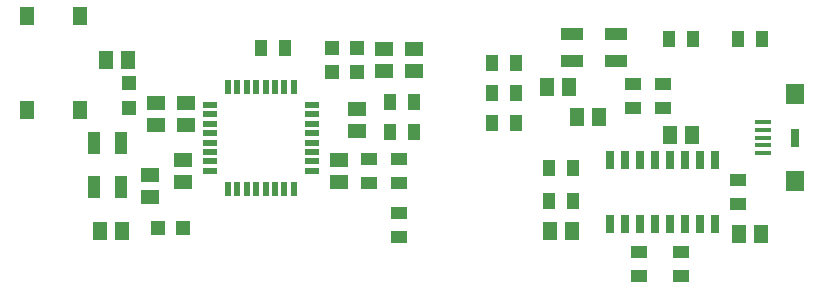
<source format=gbr>
G04 EAGLE Gerber RS-274X export*
G75*
%MOMM*%
%FSLAX34Y34*%
%LPD*%
%INSolderpaste Top*%
%IPPOS*%
%AMOC8*
5,1,8,0,0,1.08239X$1,22.5*%
G01*
%ADD10R,1.500000X1.300000*%
%ADD11R,1.300000X1.500000*%
%ADD12R,1.400000X0.400000*%
%ADD13R,1.500000X1.800000*%
%ADD14R,0.700000X1.500000*%
%ADD15R,1.100000X1.400000*%
%ADD16R,1.400000X1.100000*%
%ADD17R,1.300000X1.550000*%
%ADD18R,1.270000X0.558800*%
%ADD19R,0.558800X1.270000*%
%ADD20R,0.635000X1.524000*%
%ADD21R,1.100000X1.900000*%
%ADD22R,1.900000X1.100000*%
%ADD23R,1.200000X1.200000*%
%ADD24R,1.300000X1.600000*%
%ADD25R,1.600000X1.300000*%


D10*
X254000Y531520D03*
X254000Y550520D03*
X279400Y531520D03*
X279400Y550520D03*
X408940Y502260D03*
X408940Y483260D03*
X424180Y526440D03*
X424180Y545440D03*
X276860Y502260D03*
X276860Y483260D03*
X248920Y489560D03*
X248920Y470560D03*
D11*
X747420Y439420D03*
X766420Y439420D03*
X689000Y523240D03*
X708000Y523240D03*
X629260Y538480D03*
X610260Y538480D03*
X603860Y563880D03*
X584860Y563880D03*
X606400Y441960D03*
X587400Y441960D03*
D12*
X768020Y520700D03*
X768020Y514200D03*
X768020Y507700D03*
X768020Y527200D03*
X768020Y533700D03*
D13*
X795020Y483860D03*
D14*
X795020Y520700D03*
D13*
X795020Y557540D03*
D15*
X343060Y596900D03*
X363060Y596900D03*
X472280Y525780D03*
X452280Y525780D03*
X472280Y551180D03*
X452280Y551180D03*
D16*
X434340Y502760D03*
X434340Y482760D03*
X746760Y464980D03*
X746760Y484980D03*
D15*
X746920Y604520D03*
X766920Y604520D03*
X688500Y604520D03*
X708500Y604520D03*
D16*
X683260Y546260D03*
X683260Y566260D03*
X657860Y546260D03*
X657860Y566260D03*
D15*
X586900Y467360D03*
X606900Y467360D03*
X586900Y495300D03*
X606900Y495300D03*
D16*
X698500Y424020D03*
X698500Y404020D03*
X662940Y404020D03*
X662940Y424020D03*
X459740Y502760D03*
X459740Y482760D03*
D15*
X538640Y533400D03*
X558640Y533400D03*
X538640Y558800D03*
X558640Y558800D03*
X538640Y584200D03*
X558640Y584200D03*
D16*
X459740Y457040D03*
X459740Y437040D03*
D17*
X145140Y623950D03*
X145140Y544450D03*
X190140Y623950D03*
X190140Y544450D03*
D18*
X299974Y548700D03*
X299974Y540700D03*
X299974Y532700D03*
X299974Y524700D03*
X299974Y516700D03*
X299974Y508700D03*
X299974Y500700D03*
X299974Y492700D03*
D19*
X314900Y477774D03*
X322900Y477774D03*
X330900Y477774D03*
X338900Y477774D03*
X346900Y477774D03*
X354900Y477774D03*
X362900Y477774D03*
X370900Y477774D03*
D18*
X385826Y492700D03*
X385826Y500700D03*
X385826Y508700D03*
X385826Y516700D03*
X385826Y524700D03*
X385826Y532700D03*
X385826Y540700D03*
X385826Y548700D03*
D19*
X370900Y563626D03*
X362900Y563626D03*
X354900Y563626D03*
X346900Y563626D03*
X338900Y563626D03*
X330900Y563626D03*
X322900Y563626D03*
X314900Y563626D03*
D20*
X715010Y501930D03*
X689610Y448030D03*
X727710Y501930D03*
X702310Y501930D03*
X689610Y501930D03*
X702310Y448030D03*
X676910Y448030D03*
X664210Y448030D03*
X664210Y501930D03*
X638810Y448030D03*
X676910Y501930D03*
X651510Y501930D03*
X651510Y448030D03*
X638810Y501930D03*
X715010Y448030D03*
X727710Y448030D03*
D21*
X201860Y516340D03*
X224860Y479340D03*
X224860Y516340D03*
X201860Y479340D03*
D22*
X643340Y608400D03*
X606340Y585400D03*
X643340Y585400D03*
X606340Y608400D03*
D23*
X231140Y566760D03*
X231140Y545760D03*
D24*
X211480Y586740D03*
X230480Y586740D03*
D23*
X256200Y444500D03*
X277200Y444500D03*
D24*
X206400Y441960D03*
X225400Y441960D03*
D23*
X424520Y596900D03*
X403520Y596900D03*
D25*
X447040Y577240D03*
X447040Y596240D03*
D23*
X424520Y576580D03*
X403520Y576580D03*
D25*
X472440Y577240D03*
X472440Y596240D03*
M02*

</source>
